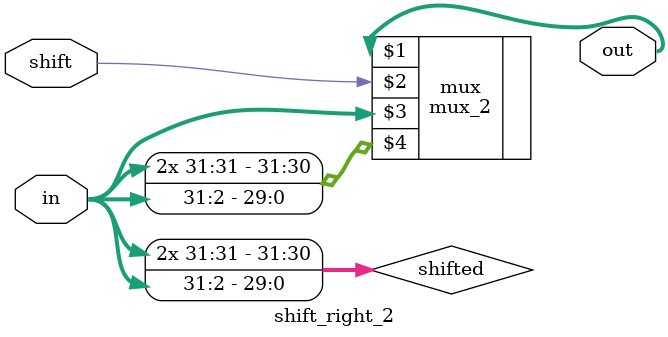
<source format=v>
module shift_right_2(
    output [31:0] out,
    input shift,
    input [31:0] in);

    wire [31:0] shifted;

    assign shifted[29:0] = in[31:2];

    genvar i;
    for(i = 30; i < 32; i = i + 1) begin
        assign shifted[i] = in[31];
    end

    mux_2 mux(out, shift, in, shifted);
endmodule

</source>
